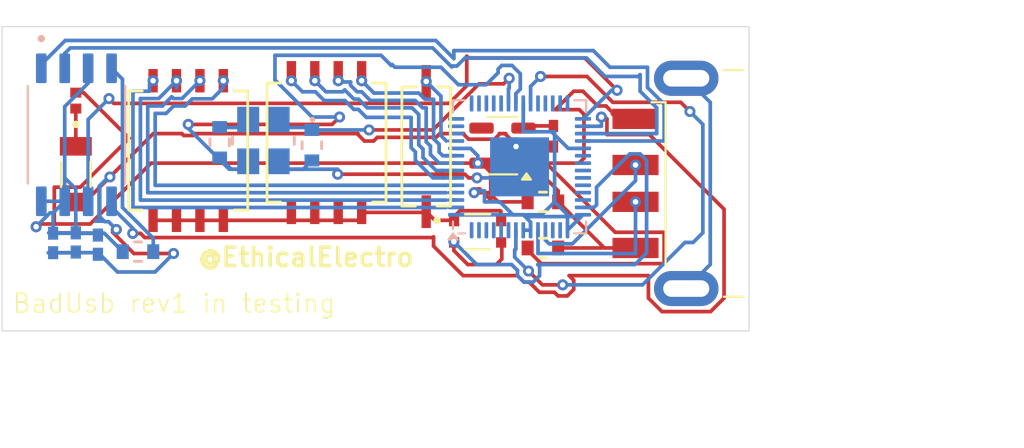
<source format=kicad_pcb>
(kicad_pcb (version 20241229) (generator "pcbnew") (generator_version "9.0")
  (layers (0 "F.Cu" signal) (2 "B.Cu" signal) (13 "F.Paste" user) (15 "B.Paste" user) (5 "F.SilkS" user "F.Silkscreen") (7 "B.SilkS" user "B.Silkscreen") (1 "F.Mask" user) (3 "B.Mask" user) (25 "Edge.Cuts" user))
  (net 0 "")
  (net 1 "Net-(U1-GPIO21)")
  (net 2 "Net-(U1-ADC_AVDD)")
  (net 3 "Net-(U1-GPIO2)")
  (net 6 "Net-(U1-XOUT)")
  (net 7 "Net-(U1-GPIO7)")
  (net 12 "Net-(U1-DVDD-Pad23)")
  (net 13 "Net-(U1-GPIO5)")
  (net 14 "Net-(U1-GPIO19)")
  (net 17 "Net-(U1-GPIO4)")
  (net 20 "Net-(U1-GPIO3)")
  (net 23 "Net-(U1-GPIO18)")
  (net 24 "Net-(U1-GPIO1)")
  (net 25 "Net-(U1-GPIO0)")
  (net 33 "Net-(U1-GPIO8)")
  (net 38 "Net-(U1-GPIO6)")
  (net 42 "Net-(U1-GPIO29_ADC3)")
  (net 44 "Net-(U1-XIN)")
  (net 45 "Net-(U1-GPIO20)")
  (net 47 "Net-(U2-EN)")
  (net 49 "Net-(C2-Pad2)")
  (net 50 "Net-(U3-GND)")
  (net 51 "Net-(S1-Pad1)")
  (net 52 "Net-(D1-Pad+)")
  (net 53 "Net-(J2-GND)")
  (net 54 "Net-(J2-VBUS)")
  (net 55 "unconnected-(J2-Shield-Pad5)")
  (net 56 "Net-(J2-D+)")
  (net 57 "Net-(J2-D-)")
  (footprint "LHN974_RED_LED_1206:LEDC3216X120N" (layer "F.Cu") (at 206 87.5 -90)
    (property "Reference" "D1" (hide yes))
    (property "Value" "LHN974_RED_LED_1206")
  )
  (footprint "miles:RC0402N_YAG" (layer "F.Cu") (at 231.9 85.4412 90)
    (property "Reference" "R2" (hide yes))
    (property "Value" "RC0402FR-0710KL")
  )
  (footprint "USLPT2819DT2TR:SW_USLPT2819DT2TR" (layer "F.Cu") (at 227.7875 90.62)
    (property "Reference" "S1" (hide yes))
    (property "Value" "USLPT2819DT2TR")
  )
  (footprint "RC0402FR-07330RL:RESC1005X40N" (layer "F.Cu") (at 206 83.51 90)
    (property "Reference" "R1" (hide yes))
    (property "Value" "RC0402FR-07330RL")
  )
  (footprint "miles:TDA04H0SB1_CNK" (layer "F.Cu") (at 212.095 86.2154 -90)
    (property "Reference" "SW1" (hide yes))
    (property "Value" "TDA04H0SB1")
  )
  (footprint "Connector_USB:USB_A_CNCTech_1001-011-01101_Horizontal" (layer "F.Cu") (at 246 88)
    (property "Reference" "J2" (hide yes))
    (property "Value" "USB_A")
  )
  (footprint "Package_TO_SOT_SMD:SOT-23-5" (layer "F.Cu") (at 229.1375 85.95 180)
    (property "Reference" "U2" (hide yes))
    (property "Value" "AP2112K-3.3")
  )
  (footprint "miles:CAP_CL10_SAM" (layer "F.Cu") (at 231.3278 89)
    (property "Reference" "C11" (hide yes))
    (property "Value" "CL10A106MP8NNNC")
  )
  (footprint "miles:CAP_CL10_SAM" (layer "F.Cu") (at 231.3278 91.5 180)
    (property "Reference" "C10" (hide yes))
    (property "Value" "CL10A105KA8NNNC")
  )
  (footprint "miles:SWITCH_0SB1R" (layer "F.Cu") (at 225 86 -90)
    (property "Reference" "SW3" (hide yes))
    (property "Value" "TDA01H0SB1R")
  )
  (footprint "miles:TDA04H0SB1_CNK" (layer "F.Cu") (at 219.595 85.7846 -90)
    (property "Reference" "SW2" (hide yes))
    (property "Value" "TDA04H0SB1")
  )
  (footprint "miles:CAP_CL10_SAM" (layer "B.Cu") (at 213.8 85.7722 90)
    (property "Reference" "C2" (hide yes))
    (property "Value" "CL10C220JB8NNNC")
  )
  (footprint "Package_DFN_QFN:QFN-56-1EP_7x7mm_P0.4mm_EP3.2x3.2mm" (layer "B.Cu") (at 230.0625 87.1)
    (property "Reference" "U1" (hide yes))
    (property "Value" "RP2040")
  )
  (footprint "miles:CAP_CL10_SAM" (layer "B.Cu") (at 209.3722 91.7 180)
    (property "Reference" "C9" (hide yes))
    (property "Value" "CL10B104KO8NNNC")
  )
  (footprint "miles:CAP_GRM_155_MUR" (layer "B.Cu") (at 206 91.2 -90)
    (property "Reference" "C13" (hide yes))
    (property "Value" "GRM155R71C104KA88D")
  )
  (footprint "miles:CAP_CL10_SAM" (layer "B.Cu") (at 218.8 85.9278 -90)
    (property "Reference" "C1" (hide yes))
    (property "Value" "CL10C220JB8NNNC")
  )
  (footprint "miles:CAP_chip2_1X0p5_MUR" (layer "B.Cu") (at 204.769804 91.2278 -90)
    (property "Reference" "C14" (hide yes))
    (property "Value" "GRM155R61A105KE15D")
  )
  (footprint "W25Q128JVSIQ:SOIC127P790X216-8N" (layer "B.Cu") (at 206.035 85.3625 -90)
    (property "Reference" "U3" (hide yes))
    (property "Value" "W25Q128JVSIQ")
  )
  (footprint "miles:CAP_GRM_155_MUR" (layer "B.Cu") (at 207.2 91.3207 -90)
    (property "Reference" "C12" (hide yes))
    (property "Value" "GRM155R71C104KA88D")
  )
  (footprint "miles:CRYSTAL_TXC_7M" (layer "B.Cu") (at 216.17295 85.6697 180)
    (property "Reference" "CR1" (hide yes))
    (property "Value" "7M-12.000MAAJ-T")
  )
  (gr_rect (start 202 79.5) (end 242.5 96) (stroke (width 0.05)) (fill no) (layer "Edge.Cuts"))
  (gr_text "@EthicalElectro" (at 212.5 92 0) (layer "F.SilkS") (effects (font (size 1 1) (thickness 0.2) (bold yes)) (justify left)))
  (gr_text "BadUsb rev1 in testing" (at 202.5 94.5 0) (layer "F.SilkS") (effects (font (size 1 1) (thickness 0.1)) (justify left)))
  (segment (start 237.9 83.7) (end 237 82.8) (width 0.2) (layer "B.Cu") (net 1))
  (segment (start 226.5 80.8) (end 226.5 81.2329) (width 0.2) (layer "B.Cu") (net 1))
  (segment (start 204.13 81.547284) (end 204.13 81.7575) (width 0.2) (layer "B.Cu") (net 1))
  (segment (start 234.0651 80.8) (end 226.5 80.8) (width 0.2) (layer "B.Cu") (net 1))
  (segment (start 237 82.8) (end 237 81.7) (width 0.2) (layer "B.Cu") (net 1))
  (segment (start 205.426784 80.2505) (end 204.13 81.547284) (width 0.2) (layer "B.Cu") (net 1))
  (segment (start 225.5176 80.2505) (end 205.426784 80.2505) (width 0.2) (layer "B.Cu") (net 1))
  (segment (start 226.5 81.2329) (end 225.5176 80.2505) (width 0.2) (layer "B.Cu") (net 1))
  (segment (start 233.5 85.7) (end 237.9 85.7) (width 0.2) (layer "B.Cu") (net 1))
  (segment (start 237 81.7) (end 234.9651 81.7) (width 0.2) (layer "B.Cu") (net 1))
  (segment (start 234.9651 81.7) (end 234.0651 80.8) (width 0.2) (layer "B.Cu") (net 1))
  (segment (start 237.9 85.7) (end 237.9 83.7) (width 0.2) (layer "B.Cu") (net 1))
  (segment (start 204.9 90.2) (end 206.782 90.2) (width 0.2) (layer "F.Cu") (net 2))
  (segment (start 227.6 88.301) (end 227.6 88.5) (width 0.2) (layer "F.Cu") (net 2))
  (segment (start 206.2389 88.204) (end 204.834 88.204) (width 0.2) (layer "F.Cu") (net 2))
  (segment (start 206.782 90.2) (end 210.082 86.9) (width 0.2) (layer "F.Cu") (net 2))
  (segment (start 203.85 90.35) (end 203.8 90.4) (width 0.2) (layer "F.Cu") (net 2))
  (segment (start 210.082 86.9) (end 227.8 86.9) (width 0.2) (layer "F.Cu") (net 2))
  (segment (start 208.8939 85.549) (end 206.2389 88.204) (width 0.2) (layer "F.Cu") (net 2))
  (segment (start 227.9 86.9) (end 228 86.9) (width 0.2) (layer "F.Cu") (net 2))
  (segment (start 228 86.9) (end 228.501 87.401) (width 0.2) (layer "F.Cu") (net 2))
  (segment (start 230.5 89) (end 228.9 89) (width 0.2) (layer "F.Cu") (net 2))
  (segment (start 206.4229 83.078) (end 208.8939 85.549) (width 0.2) (layer "F.Cu") (net 2))
  (segment (start 227.8 86.9) (end 227.9 86.9) (width 0.2) (layer "F.Cu") (net 2))
  (segment (start 228.4 88.5) (end 227.6 88.5) (width 0.2) (layer "F.Cu") (net 2))
  (segment (start 228.9 89) (end 228.4 88.5) (width 0.2) (layer "F.Cu") (net 2))
  (segment (start 228.501 88.899) (end 227.903 88.301) (width 0.2) (layer "F.Cu") (net 2))
  (segment (start 204.834 88.204) (end 204.834 90.2) (width 0.2) (layer "F.Cu") (net 2))
  (segment (start 227.903 88.301) (end 227.6 88.301) (width 0.2) (layer "F.Cu") (net 2))
  (segment (start 228.501 87.401) (end 228.501 88.899) (width 0.2) (layer "F.Cu") (net 2))
  (segment (start 206 83.078) (end 206.4229 83.078) (width 0.2) (layer "F.Cu") (net 2))
  (segment (start 227.6 88.5) (end 227.6 88.3) (width 0.2) (layer "F.Cu") (net 2))
  (segment (start 204.9 90.2) (end 204 90.2) (width 0.2) (layer "F.Cu") (net 2))
  (segment (start 204 90.2) (end 203.85 90.35) (width 0.2) (layer "F.Cu") (net 2))
  (segment (start 206 83.078) (end 206 83) (width 0.2) (layer "F.Cu") (net 2))
  (segment (start 204.834 90.2) (end 204.9 90.2) (width 0.2) (layer "F.Cu") (net 2))
  (via (at 227.8 86.9) (size 0.6) (drill 0.3) (layers "F.Cu" "B.Cu") (net 2))
  (via (at 227.6 88.5) (size 0.6) (drill 0.3) (layers "F.Cu" "B.Cu") (net 2))
  (via (at 203.85 90.35) (size 0.6) (drill 0.3) (layers "F.Cu" "B.Cu") (net 2))
  (segment (start 230.601 89.799) (end 233.299 89.799) (width 0.2) (layer "B.Cu") (net 2))
  (segment (start 207.5444 90.7) (end 207.2 90.7) (width 0.2) (layer "B.Cu") (net 2))
  (segment (start 231.2645 89.7) (end 229.7 89.7) (width 0.2) (layer "B.Cu") (net 2))
  (segment (start 206 88.3) (end 205.4 87.7) (width 0.2) (layer "B.Cu") (net 2))
  (segment (start 208.5444 91.7) (end 207.5444 90.7) (width 0.2) (layer "B.Cu") (net 2))
  (segment (start 203.85 90.35) (end 204.602304 89.597696) (width 0.2) (layer "B.Cu") (net 2))
  (segment (start 232.701 86.1) (end 231.8 85.199) (width 0.2) (layer "B.Cu") (net 2))
  (segment (start 230.6625 90.1) (end 230.6625 90.5375) (width 0.2) (layer "B.Cu") (net 2))
  (segment (start 230.48125 89.91875) (end 230.6625 90.1) (width 0.2) (layer "B.Cu") (net 2))
  (segment (start 226.625 86.1) (end 227.4 86.1) (width 0.2) (layer "B.Cu") (net 2))
  (segment (start 204.769804 90.7) (end 207.2 90.7) (width 0.2) (layer "B.Cu") (net 2))
  (segment (start 227.7 88.4) (end 227.6 88.5) (width 0.2) (layer "B.Cu") (net 2))
  (segment (start 204.769804 90.7) (end 204.769804 89.597696) (width 0.2) (layer "B.Cu") (net 2))
  (segment (start 232.6625 89.7) (end 231.9635 89.001) (width 0.2) (layer "B.Cu") (net 2))
  (segment (start 230.6625 90.5375) (end 230.2625 90.5375) (width 0.2) (layer "B.Cu") (net 2))
  (segment (start 204.769804 90.7) (end 205.9793 90.7) (width 0.2) (layer "B.Cu") (net 2))
  (segment (start 231.9635 89.001) (end 231.2645 89.7) (width 0.2) (layer "B.Cu") (net 2))
  (segment (start 207.5 90.7) (end 206.3 90.7) (width 0.2) (layer "B.Cu") (net 2))
  (segment (start 208.553896 91.690504) (end 208.5444 91.7) (width 0.2) (layer "B.Cu") (net 2))
  (segment (start 206.67 81.7575) (end 206.67 82.562499) (width 0.2) (layer "B.Cu") (net 2))
  (segment (start 231.8 85.199) (end 231.9635 85.199) (width 0.2) (layer "B.Cu") (net 2))
  (segment (start 230.48125 89.91875) (end 230.601 89.799) (width 0.2) (layer "B.Cu") (net 2))
  (segment (start 228.1615 89.001) (end 228.1615 88.4) (width 0.2) (layer "B.Cu") (net 2))
  (segment (start 205.9793 90.7) (end 206 90.6793) (width 0.2) (layer "B.Cu") (net 2))
  (segment (start 230.2625 85.199) (end 231.8 85.199) (width 0.2) (layer "B.Cu") (net 2))
  (segment (start 228.1615 88.4) (end 227.7 88.4) (width 0.2) (layer "B.Cu") (net 2))
  (segment (start 230.2625 89.7) (end 230.48125 89.91875) (width 0.2) (layer "B.Cu") (net 2))
  (segment (start 204.769804 89.597696) (end 205.4 88.9675) (width 0.2) (layer "B.Cu") (net 2))
  (segment (start 232.6625 90.5375) (end 232.6625 89.7) (width 0.2) (layer "B.Cu") (net 2))
  (segment (start 205.4 87.7) (end 205.4 88.9675) (width 0.2) (layer "B.Cu") (net 2))
  (segment (start 229.7 89.7) (end 229.001 89.001) (width 0.2) (layer "B.Cu") (net 2))
  (segment (start 232.6625 90.5375) (end 233.35 89.85) (width 0.2) (layer "B.Cu") (net 2))
  (segment (start 227.4 86.1) (end 227.8 86.5) (width 0.2) (layer "B.Cu") (net 2))
  (segment (start 230.2625 83.6625) (end 230.2625 85.199) (width 0.2) (layer "B.Cu") (net 2))
  (segment (start 229.7 89.7) (end 226.625 89.7) (width 0.2) (layer "B.Cu") (net 2))
  (segment (start 229.7 89.7) (end 230.2625 89.7) (width 0.2) (layer "B.Cu") (net 2))
  (segment (start 233.35 89.85) (end 233.5 89.7) (width 0.2) (layer "B.Cu") (net 2))
  (segment (start 231.9635 85.199) (end 231.9635 89.001) (width 0.2) (layer "B.Cu") (net 2))
  (segment (start 207.2 90.7) (end 206.3 90.7) (width 0.2) (layer "B.Cu") (net 2))
  (segment (start 206.3 90.7) (end 206.0207 90.7) (width 0.2) (layer "B.Cu") (net 2))
  (segment (start 207.2 90.7) (end 206.0207 90.7) (width 0.2) (layer "B.Cu") (net 2))
  (segment (start 227.8 86.9) (end 227.8 86.5) (width 0.2) (layer "B.Cu") (net 2))
  (segment (start 206.0207 90.7) (end 206 90.6793) (width 0.2) (layer "B.Cu") (net 2))
  (segment (start 206 90.6793) (end 206 88.3) (width 0.2) (layer "B.Cu") (net 2))
  (segment (start 233.5 86.1) (end 232.701 86.1) (width 0.2) (layer "B.Cu") (net 2))
  (segment (start 204.602304 89.597696) (end 204.769804 89.597696) (width 0.2) (layer "B.Cu") (net 2))
  (segment (start 204.13 88.9675) (end 205.4 88.9675) (width 0.2) (layer "B.Cu") (net 2))
  (segment (start 206 90.6793) (end 204.530196 90.6793) (width 0.2) (layer "B.Cu") (net 2))
  (segment (start 229.001 89.001) (end 228.1615 89.001) (width 0.2) (layer "B.Cu") (net 2))
  (segment (start 205.4 83.832499) (end 205.4 87.7) (width 0.2) (layer "B.Cu") (net 2))
  (segment (start 204.8 90.7) (end 204.769804 90.730196) (width 0.2) (layer "B.Cu") (net 2))
  (segment (start 206.67 82.562499) (end 205.4 83.832499) (width 0.2) (layer "B.Cu") (net 2))
  (segment (start 233.299 89.799) (end 233.35 89.85) (width 0.2) (layer "B.Cu") (net 2))
  (via (at 212.73 82.4308) (size 0.6) (drill 0.3) (layers "F.Cu" "B.Cu") (net 3))
  (segment (start 211.7598 83.401) (end 212.73 82.4308) (width 0.2) (layer "B.Cu") (net 3))
  (segment (start 209.902 88.504) (end 209.902 83.802) (width 0.2) (layer "B.Cu") (net 3))
  (segment (start 211.301 83.401) (end 211.7598 83.401) (width 0.2) (layer "B.Cu") (net 3))
  (segment (start 212.7308 82.4308) (end 212.73 82.4308) (width 0.2) (layer "B.Cu") (net 3))
  (segment (start 226.625 88.5) (end 226.256826 88.5) (width 0.2) (layer "B.Cu") (net 3))
  (segment (start 210.698 83.802) (end 211.2 83.3) (width 0.2) (layer "B.Cu") (net 3))
  (segment (start 209.902 83.802) (end 210.698 83.802) (width 0.2) (layer "B.Cu") (net 3))
  (segment (start 211.2 83.3) (end 211.301 83.401) (width 0.2) (layer "B.Cu") (net 3))
  (segment (start 226.085726 88.504) (end 209.902 88.504) (width 0.2) (layer "B.Cu") (net 3))
  (segment (start 212.1 84.8) (end 219.9 84.8) (width 0.2) (layer "F.Cu") (net 6))
  (segment (start 219.9 84.8) (end 220.3 84.4) (width 0.2) (layer "F.Cu") (net 6))
  (via (at 212.1 84.8) (size 0.6) (drill 0.3) (layers "F.Cu" "B.Cu") (net 6))
  (via (at 220.3 84.4) (size 0.6) (drill 0.3) (layers "F.Cu" "B.Cu") (net 6))
  (segment (start 215.4274 87.2303) (end 214.4303 87.2303) (width 0.2) (layer "B.Cu") (net 6))
  (segment (start 218.809257 84.4) (end 216.8 82.390743) (width 0.2) (layer "B.Cu") (net 6))
  (segment (start 223.3 81.7) (end 225.8 81.7) (width 0.2) (layer "B.Cu") (net 6))
  (segment (start 229.651943 81.602) (end 230.101 82.051057) (width 0.2) (layer "B.Cu") (net 6))
  (segment (start 228.251057 82.648943) (end 228.9 82) (width 0.2) (layer "B.Cu") (net 6))
  (segment (start 214.316864 87.2303) (end 212.1 85.013436) (width 0.2) (layer "B.Cu") (net 6))
  (segment (start 216.8 82.390743) (end 216.8 81.0525) (width 0.2) (layer "B.Cu") (net 6))
  (segment (start 230.101 82.051057) (end 230.101 82.888726) (width 0.2) (layer "B.Cu") (net 6))
  (segment (start 214.4303 87.2303) (end 213.8 86.6) (width 0.2) (layer "B.Cu") (net 6))
  (segment (start 228.9 82) (end 228.9 81.8) (width 0.2) (layer "B.Cu") (net 6))
  (segment (start 230.101 82.888726) (end 229.8625 83.127226) (width 0.2) (layer "B.Cu") (net 6))
  (segment (start 225.8 81.7) (end 226.748943 82.648943) (width 0.2) (layer "B.Cu") (net 6))
  (segment (start 220.3 84.4) (end 218.809257 84.4) (width 0.2) (layer "B.Cu") (net 6))
  (segment (start 226.748943 82.648943) (end 228.251057 82.648943) (width 0.2) (layer "B.Cu") (net 6))
  (segment (start 223.1 81.6) (end 223.15 81.55) (width 0.2) (layer "B.Cu") (net 6))
  (segment (start 212.1 85.013436) (end 212.1 84.8) (width 0.2) (layer "B.Cu") (net 6))
  (segment (start 229.098 81.602) (end 229.651943 81.602) (width 0.2) (layer "B.Cu") (net 6))
  (segment (start 223.15 81.55) (end 223.3 81.7) (width 0.2) (layer "B.Cu") (net 6))
  (segment (start 216.8 81.0525) (end 222.5525 81.0525) (width 0.2) (layer "B.Cu") (net 6))
  (segment (start 222.5525 81.0525) (end 223.1 81.6) (width 0.2) (layer "B.Cu") (net 6))
  (segment (start 229.8625 83.127226) (end 229.8625 83.6625) (width 0.2) (layer "B.Cu") (net 6))
  (segment (start 215.4274 87.2303) (end 214.316864 87.2303) (width 0.2) (layer "B.Cu") (net 6))
  (segment (start 228.9 81.8) (end 229.098 81.602) (width 0.2) (layer "B.Cu") (net 6))
  (via (at 221.5 82.4308) (size 0.6) (drill 0.3) (layers "F.Cu" "B.Cu") (net 7))
  (segment (start 226.1 86.5) (end 226.625 86.5) (width 0.2) (layer "B.Cu") (net 7))
  (segment (start 225.7 86.3) (end 225.7 85.877374) (width 0.2) (layer "B.Cu") (net 7))
  (segment (start 226 86.5) (end 226.1 86.5) (width 0.2) (layer "B.Cu") (net 7))
  (segment (start 225.9 86.5) (end 225.7 86.3) (width 0.2) (layer "B.Cu") (net 7))
  (segment (start 225.399 85.576374) (end 225.399 83.4355) (width 0.2) (layer "B.Cu") (net 7))
  (segment (start 225.399 83.4355) (end 224.9355 83.4355) (width 0.2) (layer "B.Cu") (net 7))
  (segment (start 222.1692 83.1) (end 221.5 82.4308) (width 0.2) (layer "B.Cu") (net 7))
  (segment (start 224.9355 83.4355) (end 224.6 83.1) (width 0.2) (layer "B.Cu") (net 7))
  (segment (start 225.7 85.877374) (end 225.399 85.576374) (width 0.2) (layer "B.Cu") (net 7))
  (segment (start 224.6 83.1) (end 222.1692 83.1) (width 0.2) (layer "B.Cu") (net 7))
  (segment (start 226.625 86.5) (end 225.9 86.5) (width 0.2) (layer "B.Cu") (net 7))
  (segment (start 235.117043 83.6) (end 233.717043 82.2) (width 0.2) (layer "F.Cu") (net 12))
  (segment (start 239.3 84.1) (end 238.8 83.6) (width 0.2) (layer "F.Cu") (net 12))
  (segment (start 238.8 83.6) (end 235.9 83.6) (width 0.2) (layer "F.Cu") (net 12))
  (segment (start 230.55 92.75) (end 231.3 93.5) (width 0.2) (layer "F.Cu") (net 12))
  (segment (start 231.3 93.5) (end 232.4 93.5) (width 0.2) (layer "F.Cu") (net 12))
  (segment (start 233.717043 82.2) (end 231.2 82.2) (width 0.2) (layer "F.Cu") (net 12))
  (segment (start 235.9 83.6) (end 235.117043 83.6) (width 0.2) (layer "F.Cu") (net 12))
  (via (at 232.4 93.5) (size 0.6) (drill 0.3) (layers "F.Cu" "B.Cu") (net 12))
  (via (at 239.3 84.1) (size 0.6) (drill 0.3) (layers "F.Cu" "B.Cu") (net 12))
  (via (at 230.55 92.75) (size 0.6) (drill 0.3) (layers "F.Cu" "B.Cu") (net 12))
  (via (at 231.2 82.2) (size 0.6) (drill 0.3) (layers "F.Cu" "B.Cu") (net 12))
  (segment (start 229.8625 91.5625) (end 229.825 91.6) (width 0.2) (layer "B.Cu") (net 12))
  (segment (start 239.473206 91.201) (end 240.001 90.673206) (width 0.2) (layer "B.Cu") (net 12))
  (segment (start 229.8625 90.5375) (end 229.8625 91.5625) (width 0.2) (layer "B.Cu") (net 12))
  (segment (start 229.8 91.6) (end 229.8 92) (width 0.2) (layer "B.Cu") (net 12))
  (segment (start 236.730819 93.5) (end 239.029819 91.201) (width 0.2) (layer "B.Cu") (net 12))
  (segment (start 230.6625 82.7375) (end 230.6625 83.6625) (width 0.2) (layer "B.Cu") (net 12))
  (segment (start 240.001 84.801) (end 239.3 84.1) (width 0.2) (layer "B.Cu") (net 12))
  (segment (start 231.2 82.2) (end 230.6625 82.7375) (width 0.2) (layer "B.Cu") (net 12))
  (segment (start 229.8 92) (end 230.55 92.75) (width 0.2) (layer "B.Cu") (net 12))
  (segment (start 240.001 90.673206) (end 240.001 84.801) (width 0.2) (layer "B.Cu") (net 12))
  (segment (start 229.825 91.6) (end 229.8 91.6) (width 0.2) (layer "B.Cu") (net 12))
  (segment (start 239.029819 91.201) (end 239.473206 91.201) (width 0.2) (layer "B.Cu") (net 12))
  (segment (start 232.4 93.5) (end 236.730819 93.5) (width 0.2) (layer "B.Cu") (net 12))
  (segment (start 230.55 92.75) (end 230.6 92.8) (width 0.2) (layer "B.Cu") (net 12))
  (via (at 218.96 82.4308) (size 0.6) (drill 0.3) (layers "F.Cu" "B.Cu") (net 13))
  (segment (start 221.084957 83.4328) (end 220.58145 82.929293) (width 0.2) (layer "B.Cu") (net 13))
  (segment (start 226.625 87.3) (end 225.8671 87.3) (width 0.2) (layer "B.Cu") (net 13))
  (segment (start 224.597 84.2651) (end 224.2339 83.902) (width 0.2) (layer "B.Cu") (net 13))
  (segment (start 221.8031 83.902) (end 221.3339 83.4328) (width 0.2) (layer "B.Cu") (net 13))
  (segment (start 225.8671 87.3) (end 225.8661 87.301) (width 0.2) (layer "B.Cu") (net 13))
  (segment (start 224.2339 83.902) (end 221.8031 83.902) (width 0.2) (layer "B.Cu") (net 13))
  (segment (start 225.8661 87.301) (end 225.5339 87.301) (width 0.2) (layer "B.Cu") (net 13))
  (segment (start 220.58145 82.929293) (end 220.478943 83.0318) (width 0.2) (layer "B.Cu") (net 13))
  (segment (start 224.826763 86.138337) (end 224.597 85.908574) (width 0.2) (layer "B.Cu") (net 13))
  (segment (start 224.597 85.908574) (end 224.597 84.2651) (width 0.2) (layer "B.Cu") (net 13))
  (segment (start 224.826763 86.593863) (end 224.826763 86.138337) (width 0.2) (layer "B.Cu") (net 13))
  (segment (start 219.561 83.0318) (end 218.96 82.4308) (width 0.2) (layer "B.Cu") (net 13))
  (segment (start 225.5339 87.301) (end 224.826763 86.593863) (width 0.2) (layer "B.Cu") (net 13))
  (segment (start 220.478943 83.0318) (end 219.561 83.0318) (width 0.2) (layer "B.Cu") (net 13))
  (segment (start 221.3339 83.4328) (end 221.084957 83.4328) (width 0.2) (layer "B.Cu") (net 13))
  (segment (start 230.301057 93.351) (end 230.5839 93.351) (width 0.2) (layer "F.Cu") (net 14))
  (segment (start 234.8 84.5) (end 234.7 84.4) (width 0.2) (layer "F.Cu") (net 14))
  (segment (start 237.781819 94.951) (end 240.418181 94.951) (width 0.2) (layer "F.Cu") (net 14))
  (segment (start 229.950057 93) (end 230.301057 93.351) (width 0.2) (layer "F.Cu") (net 14))
  (segment (start 225.364 90.936) (end 225.4 90.9) (width 0.2) (layer "F.Cu") (net 14))
  (segment (start 209.510815 90.710815) (end 209.736 90.936) (width 0.2) (layer "F.Cu") (net 14))
  (segment (start 237.049 94.218181) (end 237.781819 94.951) (width 0.2) (layer "F.Cu") (net 14))
  (segment (start 225.4 91.4) (end 227 93) (width 0.2) (layer "F.Cu") (net 14))
  (segment (start 209.736 90.936) (end 225.364 90.936) (width 0.2) (layer "F.Cu") (net 14))
  (segment (start 231.951057 93.901) (end 232.151057 94.101) (width 0.2) (layer "F.Cu") (net 14))
  (segment (start 232.151057 94.101) (end 232.648943 94.101) (width 0.2) (layer "F.Cu") (net 14))
  (segment (start 241.151 89.399) (end 237.103 85.351) (width 0.2) (layer "F.Cu") (net 14))
  (segment (start 231.1339 93.901) (end 231.951057 93.901) (width 0.2) (layer "F.Cu") (net 14))
  (segment (start 241.151 94.218181) (end 241.151 89.399) (width 0.2) (layer "F.Cu") (net 14))
  (segment (start 233.001 93.251057) (end 232.749943 93) (width 0.2) (layer "F.Cu") (net 14))
  (segment (start 240.418181 94.951) (end 241.151 94.218181) (width 0.2) (layer "F.Cu") (net 14))
  (segment (start 209.089185 90.710815) (end 209.510815 90.710815) (width 0.2) (layer "F.Cu") (net 14))
  (segment (start 230.5839 93.351) (end 231.1339 93.901) (width 0.2) (layer "F.Cu") (net 14))
  (segment (start 237.103 85.351) (end 234.8 85.351) (width 0.2) (layer "F.Cu") (net 14))
  (segment (start 233.001 93.748943) (end 233.001 93.251057) (width 0.2) (layer "F.Cu") (net 14))
  (segment (start 234.8 85.351) (end 234.8 84.5) (width 0.2) (layer "F.Cu") (net 14))
  (segment (start 232.648943 94.101) (end 233.001 93.748943) (width 0.2) (layer "F.Cu") (net 14))
  (segment (start 225.4 90.9) (end 225.4 91.4) (width 0.2) (layer "F.Cu") (net 14))
  (segment (start 234.7 84.4) (end 234.5 84.4) (width 0.2) (layer "F.Cu") (net 14))
  (segment (start 234.4 84.4) (end 234.3 84.5) (width 0.2) (layer "F.Cu") (net 14))
  (segment (start 227 93) (end 229.950057 93) (width 0.2) (layer "F.Cu") (net 14))
  (segment (start 234.5 84.4) (end 234.4 84.4) (width 0.2) (layer "F.Cu") (net 14))
  (segment (start 232.749943 93) (end 237.049 93) (width 0.2) (layer "F.Cu") (net 14))
  (segment (start 237.049 93) (end 237.049 94.218181) (width 0.2) (layer "F.Cu") (net 14))
  (via (at 209.089185 90.710815) (size 0.6) (drill 0.3) (layers "F.Cu" "B.Cu") (net 14))
  (via (at 234.5 84.4) (size 0.6) (drill 0.3) (layers "F.Cu" "B.Cu") (net 14))
  (segment (start 234.5 84.9) (end 233.5 84.9) (width 0.2) (layer "B.Cu") (net 14))
  (segment (start 209.089185 90.710815) (end 209.089185 90.429385) (width 0.2) (layer "B.Cu") (net 14))
  (segment (start 234.5 84.4) (end 234.5 84.9) (width 0.2) (layer "B.Cu") (net 14))
  (segment (start 209.089185 90.429385) (end 208.13 89.4702) (width 0.2) (layer "B.Cu") (net 14))
  (segment (start 208.13 89.4702) (end 208.13 89.13) (width 0.2) (layer "B.Cu") (net 14))
  (segment (start 207.9675 88.9675) (end 207.94 88.9675) (width 0.2) (layer "B.Cu") (net 14))
  (segment (start 208.13 89.13) (end 207.9675 88.9675) (width 0.2) (layer "B.Cu") (net 14))
  (via (at 217.69 82.4308) (size 0.6) (drill 0.3) (layers "F.Cu" "B.Cu") (net 17))
  (segment (start 218.291 83.0318) (end 217.69 82.4308) (width 0.2) (layer "B.Cu") (net 17))
  (segment (start 219.469571 83.507471) (end 218.9939 83.0318) (width 0.2) (layer "B.Cu") (net 17))
  (segment (start 218.9939 83.0318) (end 218.291 83.0318) (width 0.2) (layer "B.Cu") (net 17))
  (segment (start 225.3678 87.702) (end 224.410663 86.744863) (width 0.2) (layer "B.Cu") (net 17))
  (segment (start 221.317 83.983) (end 221.068057 83.983) (width 0.2) (layer "B.Cu") (net 17))
  (segment (start 224.410663 86.289337) (end 224.1824 86.061074) (width 0.2) (layer "B.Cu") (net 17))
  (segment (start 221.068057 83.983) (end 220.592528 83.507471) (width 0.2) (layer "B.Cu") (net 17))
  (segment (start 226.625 87.7) (end 225.9 87.7) (width 0.2) (layer "B.Cu") (net 17))
  (segment (start 221.7516 84.4176) (end 221.317 83.983) (width 0.2) (layer "B.Cu") (net 17))
  (segment (start 224.1824 86.061074) (end 224.1824 84.4176) (width 0.2) (layer "B.Cu") (net 17))
  (segment (start 225.9 87.7) (end 225.9 87.702) (width 0.2) (layer "B.Cu") (net 17))
  (segment (start 225.9 87.702) (end 225.3678 87.702) (width 0.2) (layer "B.Cu") (net 17))
  (segment (start 220.592528 83.507471) (end 219.469571 83.507471) (width 0.2) (layer "B.Cu") (net 17))
  (segment (start 224.410663 86.744863) (end 224.410663 86.289337) (width 0.2) (layer "B.Cu") (net 17))
  (segment (start 224.1824 84.4176) (end 221.7516 84.4176) (width 0.2) (layer "B.Cu") (net 17))
  (via (at 214 82.4308) (size 0.6) (drill 0.3) (layers "F.Cu" "B.Cu") (net 20))
  (segment (start 210.303 84.203) (end 210.303 88.103) (width 0.2) (layer "B.Cu") (net 20))
  (segment (start 212.31395 83.41395) (end 211.9259 83.802) (width 0.2) (layer "B.Cu") (net 20))
  (segment (start 211.9259 83.802) (end 211.3 83.802) (width 0.2) (layer "B.Cu") (net 20))
  (segment (start 226.089726 88.1) (end 226.086726 88.103) (width 0.2) (layer "B.Cu") (net 20))
  (segment (start 226.625 88.1) (end 226.089726 88.1) (width 0.2) (layer "B.Cu") (net 20))
  (segment (start 214 82.4308) (end 214 82.8118) (width 0.2) (layer "B.Cu") (net 20))
  (segment (start 210.303 88.103) (end 226.086726 88.103) (width 0.2) (layer "B.Cu") (net 20))
  (segment (start 210.899 84.203) (end 210.303 84.203) (width 0.2) (layer "B.Cu") (net 20))
  (segment (start 213.39785 83.41395) (end 212.31395 83.41395) (width 0.2) (layer "B.Cu") (net 20))
  (segment (start 214 82.8118) (end 213.39785 83.41395) (width 0.2) (layer "B.Cu") (net 20))
  (segment (start 211.3 83.802) (end 210.899 84.203) (width 0.2) (layer "B.Cu") (net 20))
  (segment (start 226.2406 83.6594) (end 227.2 82.7) (width 0.2) (layer "F.Cu") (net 23))
  (segment (start 227.2 81.1) (end 227.3 81.2) (width 0.2) (layer "F.Cu") (net 23))
  (segment (start 235.35 82.95) (end 235.4 83) (width 0.2) (layer "F.Cu") (net 23))
  (segment (start 227.2 82.7) (end 227.2 81.1) (width 0.2) (layer "F.Cu") (net 23))
  (segment (start 227.3 81.2) (end 233.6 81.2) (width 0.2) (layer "F.Cu") (net 23))
  (segment (start 207.8 83.4) (end 208.0594 83.6594) (width 0.2) (layer "F.Cu") (net 23))
  (segment (start 233.6 81.2) (end 235.35 82.95) (width 0.2) (layer "F.Cu") (net 23))
  (segment (start 208.0594 83.6594) (end 226.2406 83.6594) (width 0.2) (layer "F.Cu") (net 23))
  (via (at 235.35 82.95) (size 0.6) (drill 0.3) (layers "F.Cu" "B.Cu") (net 23))
  (via (at 207.8 83.4) (size 0.6) (drill 0.3) (layers "F.Cu" "B.Cu") (net 23))
  (segment (start 235.35 82.95) (end 235.05 82.95) (width 0.2) (layer "B.Cu") (net 23))
  (segment (start 206.67 88.9675) (end 206.67 84.53) (width 0.2) (layer "B.Cu") (net 23))
  (segment (start 206.67 84.53) (end 207.8 83.4) (width 0.2) (layer "B.Cu") (net 23))
  (segment (start 235.05 82.95) (end 233.5 84.5) (width 0.2) (layer "B.Cu") (net 23))
  (via (at 211.46 82.4308) (size 0.6) (drill 0.3) (layers "F.Cu" "B.Cu") (net 24))
  (segment (start 209.501 88.905) (end 209.501 83.401) (width 0.2) (layer "B.Cu") (net 24))
  (segment (start 226.625 88.9) (end 226.256826 88.9) (width 0.2) (layer "B.Cu") (net 24))
  (segment (start 209.501 83.401) (end 210.4898 83.401) (width 0.2) (layer "B.Cu") (net 24))
  (segment (start 210.4898 83.401) (end 211.46 82.4308) (width 0.2) (layer "B.Cu") (net 24))
  (segment (start 211.46 82.8118) (end 211.46 82.4308) (width 0.2) (layer "B.Cu") (net 24))
  (segment (start 226.084726 88.905) (end 209.501 88.905) (width 0.2) (layer "B.Cu") (net 24))
  (via (at 210.19 82.4308) (size 0.6) (drill 0.3) (layers "F.Cu" "B.Cu") (net 25))
  (segment (start 210.19 82.4308) (end 210 82.6208) (width 0.2) (layer "B.Cu") (net 25))
  (segment (start 209.1 83) (end 209.1 88.3) (width 0.2) (layer "B.Cu") (net 25))
  (segment (start 226.625 89.3) (end 226.256826 89.3) (width 0.2) (layer "B.Cu") (net 25))
  (segment (start 209.1 89.306) (end 226.083726 89.306) (width 0.2) (layer "B.Cu") (net 25))
  (segment (start 210 82.6208) (end 210 83) (width 0.2) (layer "B.Cu") (net 25))
  (segment (start 209.1 89.306) (end 209.1 88.3) (width 0.2) (layer "B.Cu") (net 25))
  (segment (start 210 83) (end 209.1 83) (width 0.2) (layer "B.Cu") (net 25))
  (via (at 225 82.4694) (size 0.6) (drill 0.3) (layers "F.Cu" "B.Cu") (net 33))
  (segment (start 225.8 85.410274) (end 225.8 83.2694) (width 0.2) (layer "B.Cu") (net 33))
  (segment (start 225.8 83.2694) (end 225 82.4694) (width 0.2) (layer "B.Cu") (net 33))
  (segment (start 226.090726 85.701) (end 225.8 85.410274) (width 0.2) (layer "B.Cu") (net 33))
  (via (at 220.23 82.4308) (size 0.6) (drill 0.3) (layers "F.Cu" "B.Cu") (net 38))
  (segment (start 224.799 83.9) (end 224.4 83.501) (width 0.2) (layer "B.Cu") (net 38))
  (segment (start 225.227763 86.427763) (end 225.227763 85.972237) (width 0.2) (layer "B.Cu") (net 38))
  (segment (start 221.5 83.0318) (end 221.251057 83.0318) (width 0.2) (layer "B.Cu") (net 38))
  (segment (start 220.9 82.680743) (end 220.9 82.5) (width 0.2) (layer "B.Cu") (net 38))
  (segment (start 220.9 82.5) (end 220.2992 82.5) (width 0.2) (layer "B.Cu") (net 38))
  (segment (start 226.625 86.9) (end 225.7 86.9) (width 0.2) (layer "B.Cu") (net 38))
  (segment (start 220.2992 82.5) (end 220.23 82.4308) (width 0.2) (layer "B.Cu") (net 38))
  (segment (start 221.9692 83.501) (end 221.5 83.0318) (width 0.2) (layer "B.Cu") (net 38))
  (segment (start 221.251057 83.0318) (end 220.9 82.680743) (width 0.2) (layer "B.Cu") (net 38))
  (segment (start 224.998 85.742474) (end 224.998 83.9) (width 0.2) (layer "B.Cu") (net 38))
  (segment (start 225.7 86.9) (end 225.227763 86.427763) (width 0.2) (layer "B.Cu") (net 38))
  (segment (start 224.998 83.9) (end 224.799 83.9) (width 0.2) (layer "B.Cu") (net 38))
  (segment (start 225.227763 85.972237) (end 224.998 85.742474) (width 0.2) (layer "B.Cu") (net 38))
  (segment (start 224.4 83.501) (end 221.9692 83.501) (width 0.2) (layer "B.Cu") (net 38))
  (segment (start 229.1 91.21) (end 229.05 91.16) (width 0.2) (layer "F.Cu") (net 42))
  (segment (start 227.255 92.4) (end 228.7975 92.4) (width 0.2) (layer "F.Cu") (net 42))
  (segment (start 228.7975 92.4) (end 229.1 92.0975) (width 0.2) (layer "F.Cu") (net 42))
  (segment (start 229.1 92.0975) (end 229.1 91.21) (width 0.2) (layer "F.Cu") (net 42))
  (segment (start 226.5 91.645) (end 227.255 92.4) (width 0.2) (layer "F.Cu") (net 42))
  (segment (start 226.5 91.16) (end 226.5 91.645) (width 0.2) (layer "F.Cu") (net 42))
  (via (at 226.5 91.16) (size 0.6) (drill 0.3) (layers "F.Cu" "B.Cu") (net 42))
  (segment (start 236.3171 92.4) (end 236.951 91.7661) (width 0.2) (layer "B.Cu") (net 42))
  (segment (start 234.2385 89.1615) (end 234.1 89.3) (width 0.2) (layer "B.Cu") (net 42))
  (segment (start 236.951 91.7661) (end 236.951 86.751057) (width 0.2) (layer "B.Cu") (net 42))
  (segment (start 226.5 91.16) (end 227.74 92.4) (width 0.2) (layer "B.Cu") (net 42))
  (segment (start 230.798943 93.351) (end 231.151 92.998943) (width 0.2) (layer "B.Cu") (net 42))
  (segment (start 231.151 92.998943) (end 231.151 92.501057) (width 0.2) (layer "B.Cu") (net 42))
  (segment (start 229.949 92.7161) (end 229.949 92.998943) (width 0.2) (layer "B.Cu") (net 42))
  (segment (start 229.949 92.998943) (end 230.301057 93.351) (width 0.2) (layer "B.Cu") (net 42))
  (segment (start 234.1 89.3) (end 233.5 89.3) (width 0.2) (layer "B.Cu") (net 42))
  (segment (start 227.74 92.4) (end 229.6329 92.4) (width 0.2) (layer "B.Cu") (net 42))
  (segment (start 231.151 92.501057) (end 231.049943 92.4) (width 0.2) (layer "B.Cu") (net 42))
  (segment (start 230.301057 93.351) (end 230.798943 93.351) (width 0.2) (layer "B.Cu") (net 42))
  (segment (start 231.049943 92.4) (end 236.3171 92.4) (width 0.2) (layer "B.Cu") (net 42))
  (segment (start 234.2385 88.2) (end 234.2385 89.1615) (width 0.2) (layer "B.Cu") (net 42))
  (segment (start 229.6329 92.4) (end 229.949 92.7161) (width 0.2) (layer "B.Cu") (net 42))
  (segment (start 236.951 86.751057) (end 236.598943 86.399) (width 0.2) (layer "B.Cu") (net 42))
  (segment (start 236.598943 86.399) (end 236.0395 86.399) (width 0.2) (layer "B.Cu") (net 42))
  (segment (start 236.0395 86.399) (end 234.2385 88.2) (width 0.2) (layer "B.Cu") (net 42))
  (segment (start 229.2 82.6) (end 227.8671 82.6) (width 0.2) (layer "F.Cu") (net 44))
  (segment (start 225.3671 85.1) (end 221.9 85.1) (width 0.2) (layer "F.Cu") (net 44))
  (segment (start 229.5 82.3) (end 229.2 82.6) (width 0.2) (layer "F.Cu") (net 44))
  (segment (start 227.8671 82.6) (end 225.3671 85.1) (width 0.2) (layer "F.Cu") (net 44))
  (via (at 229.5 82.3) (size 0.6) (drill 0.3) (layers "F.Cu" "B.Cu") (net 44))
  (via (at 221.9 85.1) (size 0.6) (drill 0.3) (layers "F.Cu" "B.Cu") (net 44))
  (segment (start 218.6697 84.9697) (end 218.8 85.1) (width 0.2) (layer "B.Cu") (net 44))
  (segment (start 218.8 85.1) (end 221.9 85.1) (width 0.2) (layer "B.Cu") (net 44))
  (segment (start 229.4625 82.8625) (end 229.4625 83.6625) (width 0.2) (layer "B.Cu") (net 44))
  (segment (start 229.5 82.825) (end 229.4625 82.8625) (width 0.2) (layer "B.Cu") (net 44))
  (segment (start 217.0784 84.9697) (end 218.6697 84.9697) (width 0.2) (layer "B.Cu") (net 44))
  (segment (start 221.9 85.1) (end 222 85.1) (width 0.2) (layer "B.Cu") (net 44))
  (segment (start 229.5 82.3) (end 229.5 82.825) (width 0.2) (layer "B.Cu") (net 44))
  (segment (start 227.099 81.201) (end 233.701 81.201) (width 0.2) (layer "B.Cu") (net 45))
  (segment (start 226.6661 81.6339) (end 227.099 81.201) (width 0.2) (layer "B.Cu") (net 45))
  (segment (start 236.599 82.101) (end 236.5 82.2) (width 0.2) (layer "B.Cu") (net 45))
  (segment (start 236.599 82.999) (end 236.599 82.101) (width 0.2) (layer "B.Cu") (net 45))
  (segment (start 236.5 82.2) (end 234.8 82.2) (width 0.2) (layer "B.Cu") (net 45))
  (segment (start 205.4 81.7575) (end 205.4 80.952501) (width 0.2) (layer "B.Cu") (net 45))
  (segment (start 233.701 81.201) (end 234.7 82.2) (width 0.2) (layer "B.Cu") (net 45))
  (segment (start 237.499 85.3) (end 237.499 83.899) (width 0.2) (layer "B.Cu") (net 45))
  (segment (start 226.38205 81.68205) (end 226.4302 81.6339) (width 0.2) (layer "B.Cu") (net 45))
  (segment (start 205.701001 80.6515) (end 225.3515 80.6515) (width 0.2) (layer "B.Cu") (net 45))
  (segment (start 237.499 83.899) (end 236.599 82.999) (width 0.2) (layer "B.Cu") (net 45))
  (segment (start 205.4 80.952501) (end 205.701001 80.6515) (width 0.2) (layer "B.Cu") (net 45))
  (segment (start 226.4302 81.6339) (end 226.6661 81.6339) (width 0.2) (layer "B.Cu") (net 45))
  (segment (start 225.3515 80.6515) (end 226.38205 81.68205) (width 0.2) (layer "B.Cu") (net 45))
  (segment (start 233.5 85.3) (end 237.499 85.3) (width 0.2) (layer "B.Cu") (net 45))
  (segment (start 230.3926 84.8824) (end 230.275 85) (width 0.2) (layer "F.Cu") (net 47))
  (segment (start 231.9 84.8824) (end 230.3926 84.8824) (width 0.2) (layer "F.Cu") (net 47))
  (segment (start 215.4274 84.9697) (end 213.8253 84.9697) (width 0.2) (layer "B.Cu") (net 49))
  (segment (start 213.8253 84.9697) (end 213.8 84.9444) (width 0.2) (layer "B.Cu") (net 49))
  (segment (start 210.2 90.9731) (end 208.531 89.3041) (width 0.2) (layer "B.Cu") (net 50))
  (segment (start 208.531 82.3485) (end 207.94 81.7575) (width 0.2) (layer "B.Cu") (net 50))
  (segment (start 210.2 91.7) (end 210.2 90.9731) (width 0.2) (layer "B.Cu") (net 50))
  (segment (start 208.531 89.3041) (end 208.531 82.3485) (width 0.2) (layer "B.Cu") (net 50))
  (segment (start 211.46 90) (end 212.73 90) (width 0.2) (layer "F.Cu") (net 51))
  (segment (start 214 90) (end 217.69 90) (width 0.2) (layer "F.Cu") (net 51))
  (segment (start 212.73 90) (end 214 90) (width 0.2) (layer "F.Cu") (net 51))
  (segment (start 229.05 90) (end 229.05 89.515) (width 0.2) (layer "F.Cu") (net 51))
  (segment (start 226.5 90) (end 225.4694 90) (width 0.2) (layer "F.Cu") (net 51))
  (segment (start 217.69 90) (end 218.96 90) (width 0.2) (layer "F.Cu") (net 51))
  (segment (start 221.5 89.5692) (end 224.9614 89.5692) (width 0.2) (layer "F.Cu") (net 51))
  (segment (start 224.9614 89.5692) (end 225 89.5306) (width 0.2) (layer "F.Cu") (net 51))
  (segment (start 210.19 90) (end 211.46 90) (width 0.2) (layer "F.Cu") (net 51))
  (segment (start 229.05 89.515) (end 229.014 89.479) (width 0.2) (layer "F.Cu") (net 51))
  (segment (start 229.014 89.479) (end 226.833164 89.479) (width 0.2) (layer "F.Cu") (net 51))
  (segment (start 218.96 90) (end 220.23 90) (width 0.2) (layer "F.Cu") (net 51))
  (segment (start 226.5 89.812164) (end 226.5 90) (width 0.2) (layer "F.Cu") (net 51))
  (segment (start 220.23 90) (end 221.5 90) (width 0.2) (layer "F.Cu") (net 51))
  (segment (start 225.4694 90) (end 225 89.5306) (width 0.2) (layer "F.Cu") (net 51))
  (segment (start 226.833164 89.479) (end 226.5 89.812164) (width 0.2) (layer "F.Cu") (net 51))
  (segment (start 206 83.942) (end 206 85.99) (width 0.2) (layer "F.Cu") (net 52))
  (segment (start 212.348943 85.401) (end 212.449943 85.3) (width 0.2) (layer "F.Cu") (net 53))
  (segment (start 230.325 86) (end 230.275 85.95) (width 0.2) (layer "F.Cu") (net 53))
  (segment (start 208.2 90.5) (end 208.3 90.5) (width 0.2) (layer "F.Cu") (net 53))
  (segment (start 225.5332 85.501) (end 225.7342 85.3) (width 0.2) (layer "F.Cu") (net 53))
  (segment (start 211.3 91.8) (end 209.150057 91.8) (width 0.2) (layer "F.Cu") (net 53))
  (segment (start 227.1 87.5) (end 220.2 87.5) (width 0.2) (layer "F.Cu") (net 53))
  (segment (start 232.1556 88.4) (end 231.2566 87.501) (width 0.2) (layer "F.Cu") (net 53))
  (segment (start 227.754478 87.7) (end 227.3 87.7) (width 0.2) (layer "F.Cu") (net 53))
  (segment (start 212.449943 85.3) (end 221.299 85.3) (width 0.2) (layer "F.Cu") (net 53))
  (segment (start 208 90.5) (end 208.2 90.5) (width 0.2) (layer "F.Cu") (net 53))
  (segment (start 227.0365 85.3) (end 227.0365 85.340968) (width 0.2) (layer "F.Cu") (net 53))
  (segment (start 210.2 85.3) (end 211.750057 85.3) (width 0.2) (layer "F.Cu") (net 53))
  (segment (start 228.9635 85.340968) (end 228.9635 85.3) (width 0.2) (layer "F.Cu") (net 53))
  (segment (start 227.0365 85.340968) (end 227.296532 85.601) (width 0.2) (layer "F.Cu") (net 53))
  (segment (start 229.3115 85.3) (end 229.3115 85.340968) (width 0.2) (layer "F.Cu") (net 53))
  (segment (start 227.3 87.7) (end 227.1 87.5) (width 0.2) (layer "F.Cu") (net 53))
  (segment (start 221.651057 85.701) (end 222.148943 85.701) (width 0.2) (layer "F.Cu") (net 53))
  (segment (start 211.750057 85.3) (end 211.851057 85.401) (width 0.2) (layer "F.Cu") (net 53))
  (segment (start 234.5 91.5) (end 234.5778 91.4222) (width 0.2) (layer "F.Cu") (net 53))
  (segment (start 222.348943 85.501) (end 225.5332 85.501) (width 0.2) (layer "F.Cu") (net 53))
  (segment (start 229.3115 87.240968) (end 229.3115 86.559032) (width 0.2) (layer "F.Cu") (net 53))
  (segment (start 228.9635 85.3) (end 229.3115 85.3) (width 0.2) (layer "F.Cu") (net 53))
  (segment (start 221.299 85.3) (end 221.299 85.348943) (width 0.2) (layer "F.Cu") (net 53))
  (segment (start 234.5778 91.4222) (end 232.1556 89) (width 0.2) (layer "F.Cu") (net 53))
  (segment (start 206.49 89.01) (end 207.85 87.65) (width 0.2) (layer "F.Cu") (net 53))
  (segment (start 232.1556 89) (end 232.1556 88.4) (width 0.2) (layer "F.Cu") (net 53))
  (segment (start 231.9 86) (end 230.325 86) (width 0.2) (layer "F.Cu") (net 53))
  (segment (start 229.571532 85.601) (end 229.926 85.601) (width 0.2) (layer "F.Cu") (net 53))
  (segment (start 229.3115 86.559032) (end 229.870532 86) (width 0.2) (layer "F.Cu") (net 53))
  (segment (start 231.2566 87.501) (end 229.571532 87.501) (width 0.2) (layer "F.Cu") (net 53))
  (segment (start 232.1556 91.5) (end 234.5 91.5) (width 0.2) (layer "F.Cu") (net 53))
  (segment (start 209.150057 91.8) (end 208 90.649943) (width 0.2) (layer "F.Cu") (net 53))
  (segment (start 208 90.649943) (end 208 90.5) (width 0.2) (layer "F.Cu") (net 53))
  (segment (start 234.6556 91.5) (end 234.5778 91.4222) (width 0.2) (layer "F.Cu") (net 53))
  (segment (start 211.851057 85.401) (end 212.348943 85.401) (width 0.2) (layer "F.Cu") (net 53))
  (segment (start 229.571532 87.501) (end 229.3115 87.240968) (width 0.2) (layer "F.Cu") (net 53))
  (segment (start 228.703468 85.601) (end 228.9635 85.340968) (width 0.2) (layer "F.Cu") (net 53))
  (segment (start 229.926 85.601) (end 230.275 85.95) (width 0.2) (layer "F.Cu") (net 53))
  (segment (start 229.3115 85.340968) (end 229.571532 85.601) (width 0.2) (layer "F.Cu") (net 53))
  (segment (start 227.296532 85.601) (end 228.703468 85.601) (width 0.2) (layer "F.Cu") (net 53))
  (segment (start 206 89.01) (end 206.49 89.01) (width 0.2) (layer "F.Cu") (net 53))
  (segment (start 221.299 85.348943) (end 221.651057 85.701) (width 0.2) (layer "F.Cu") (net 53))
  (segment (start 225.7342 85.3) (end 227.0365 85.3) (width 0.2) (layer "F.Cu") (net 53))
  (segment (start 222.148943 85.701) (end 222.348943 85.501) (width 0.2) (layer "F.Cu") (net 53))
  (segment (start 207.85 87.65) (end 210.2 85.3) (width 0.2) (layer "F.Cu") (net 53))
  (segment (start 236.35 91.5) (end 234.6556 91.5) (width 0.2) (layer "F.Cu") (net 53))
  (via (at 229.870532 86) (size 0.6) (drill 0.3) (layers "F.Cu" "B.Cu") (net 53))
  (via (at 227.754478 87.7) (size 0.6) (drill 0.3) (layers "F.Cu" "B.Cu") (net 53))
  (via (at 208.2 90.5) (size 0.6) (drill 0.3) (layers "F.Cu" "B.Cu") (net 53))
  (via (at 220.2 87.5) (size 0.6) (drill 0.3) (layers "F.Cu" "B.Cu") (net 53))
  (via (at 207.85 87.65) (size 0.6) (drill 0.3) (layers "F.Cu" "B.Cu") (net 53))
  (via (at 211.3 91.8) (size 0.6) (drill 0.3) (layers "F.Cu" "B.Cu") (net 53))
  (segment (start 207.1858 91.7556) (end 207.2 91.7414) (width 0.2) (layer "B.Cu") (net 53))
  (segment (start 217.0784 87.2303) (end 218.3253 87.2303) (width 0.2) (layer "B.Cu") (net 53))
  (segment (start 207.074316 90.0434) (end 207.535684 90.0434) (width 0.2) (layer "B.Cu") (net 53))
  (segment (start 207.7735 90.0735) (end 207.565784 90.0735) (width 0.2) (layer "B.Cu") (net 53))
  (segment (start 204.769804 91.7556) (end 207.1858 91.7556) (width 0.2) (layer "B.Cu") (net 53))
  (segment (start 207.535684 90.0434) (end 207.4 90.0434) (width 0.2) (layer "B.Cu") (net 53))
  (segment (start 207.261 89.939) (end 207.2 90) (width 0.2) (layer "B.Cu") (net 53))
  (segment (start 227.754478 87.7) (end 228.5 87.7) (width 0.2) (layer "B.Cu") (net 53))
  (segment (start 208.2606 92.802) (end 210.298 92.802) (width 0.2) (layer "B.Cu") (net 53))
  (segment (start 220.2 87.5) (end 220.2 87.6) (width 0.2) (layer "B.Cu") (net 53))
  (segment (start 204.5 91.765096) (end 205.955604 91.765096) (width 0.2) (layer "B.Cu") (net 53))
  (segment (start 217.0784 87.2303) (end 220.2 87.2303) (width 0.2) (layer "B.Cu") (net 53))
  (segment (start 218.3253 87.2303) (end 218.8 86.7556) (width 0.2) (layer "B.Cu") (net 53))
  (segment (start 207.777284 87.65) (end 207.261 88.166284) (width 0.2) (layer "B.Cu") (net 53))
  (segment (start 210.298 92.802) (end 211.3 91.8) (width 0.2) (layer "B.Cu") (net 53))
  (segment (start 229.1 87.1) (end 230.0625 87.1) (width 0.2) (layer "B.Cu") (net 53))
  (segment (start 228.5 87.7) (end 229.1 87.1) (width 0.2) (layer "B.Cu") (net 53))
  (segment (start 220.2 87.2303) (end 220.2 87.5) (width 0.2) (layer "B.Cu") (net 53))
  (segment (start 207.3 88.127284) (end 207.3 89.807716) (width 0.2) (layer "B.Cu") (net 53))
  (segment (start 204.804704 91.7207) (end 204.769804 91.7556) (width 0.2) (layer "B.Cu") (net 53))
  (segment (start 207.2 91.7414) (end 208.2606 92.802) (width 0.2) (layer "B.Cu") (net 53))
  (segment (start 208.2 90.5) (end 207.7735 90.0735) (width 0.2) (layer "B.Cu") (net 53))
  (segment (start 207.3 89.807716) (end 207.535684 90.0434) (width 0.2) (layer "B.Cu") (net 53))
  (segment (start 207.261 88.166284) (end 207.261 89.939) (width 0.2) (layer "B.Cu") (net 53))
  (segment (start 230.0625 87.1) (end 230.0625 86.191968) (width 0.2) (layer "B.Cu") (net 53))
  (segment (start 230.0625 86.191968) (end 229.870532 86) (width 0.2) (layer "B.Cu") (net 53))
  (segment (start 207.85 87.65) (end 207.777284 87.65) (width 0.2) (layer "B.Cu") (net 53))
  (segment (start 207.2 90) (end 207.117716 90) (width 0.2) (layer "B.Cu") (net 53))
  (segment (start 207.565784 90.0735) (end 207.535684 90.0434) (width 0.2) (layer "B.Cu") (net 53))
  (segment (start 207.117716 90) (end 207.074316 90.0434) (width 0.2) (layer "B.Cu") (net 53))
  (segment (start 207.777284 87.65) (end 207.3 88.127284) (width 0.2) (layer "B.Cu") (net 53))
  (segment (start 233.555 84.2512) (end 233.555 86.6312) (width 0.2) (layer "F.Cu") (net 54))
  (segment (start 236.35 84.5) (end 235.201 84.5) (width 0.2) (layer "F.Cu") (net 54))
  (segment (start 230.5 91.5) (end 230.5 91.613436) (width 0.2) (layer "F.Cu") (net 54))
  (segment (start 235.249 90.649) (end 231.5 86.9) (width 0.2) (layer "F.Cu") (net 54))
  (segment (start 233.3038 84) (end 233.555 84.2512) (width 0.2) (layer "F.Cu") (net 54))
  (segment (start 237.901 92.351) (end 237.901 90.649) (width 0.2) (layer "F.Cu") (net 54))
  (segment (start 233 83) (end 232 84) (width 0.2) (layer "F.Cu") (net 54))
  (segment (start 234.299 83.799) (end 233.5 83) (width 0.2) (layer "F.Cu") (net 54))
  (segment (start 235.201 84.3339) (end 235.101 84.2339) (width 0.2) (layer "F.Cu") (net 54))
  (segment (start 235.101 84.151057) (end 234.748943 83.799) (width 0.2) (layer "F.Cu") (net 54))
  (segment (start 231.5 86.9) (end 230.275 86.9) (width 0.2) (layer "F.Cu") (net 54))
  (segment (start 232 84) (end 233.3038 84) (width 0.2) (layer "F.Cu") (net 54))
  (segment (start 231.237564 92.351) (end 237.901 92.351) (width 0.2) (layer "F.Cu") (net 54))
  (segment (start 234.748943 83.799) (end 234.299 83.799) (width 0.2) (layer "F.Cu") (net 54))
  (segment (start 235.101 84.2339) (end 235.101 84.151057) (width 0.2) (layer "F.Cu") (net 54))
  (segment (start 233.2862 86.9) (end 230.275 86.9) (width 0.2) (layer "F.Cu") (net 54))
  (segment (start 233.555 86.6312) (end 233.2862 86.9) (width 0.2) (layer "F.Cu") (net 54))
  (segment (start 237.901 90.649) (end 235.249 90.649) (width 0.2) (layer "F.Cu") (net 54))
  (segment (start 230.5 91.613436) (end 231.237564 92.351) (width 0.2) (layer "F.Cu") (net 54))
  (segment (start 235.201 84.5) (end 235.201 84.3339) (width 0.2) (layer "F.Cu") (net 54))
  (segment (start 233.5 83) (end 233 83) (width 0.2) (layer "F.Cu") (net 54))
  (segment (start 240.402 92.398) (end 239.1 93.7) (width 0.2) (layer "B.Cu") (net 55))
  (segment (start 240.402 83.602) (end 240.402 92.398) (width 0.2) (layer "B.Cu") (net 55))
  (segment (start 239.1 82.3) (end 240.402 83.602) (width 0.2) (layer "B.Cu") (net 55))
  (via (at 236.35 89) (size 0.6) (drill 0.3) (layers "F.Cu" "B.Cu") (net 56))
  (segment (start 231.0625 91.8) (end 231.0625 90.5375) (width 0.2) (layer "B.Cu") (net 56))
  (segment (start 236.35 89) (end 236.35 91.8) (width 0.2) (layer "B.Cu") (net 56))
  (segment (start 236.35 91.8) (end 231.0625 91.8) (width 0.2) (layer "B.Cu") (net 56))
  (via (at 236.35 87) (size 0.6) (drill 0.3) (layers "F.Cu" "B.Cu") (net 57))
  (segment (start 232.924 91.276) (end 231.665726 91.276) (width 0.2) (layer "B.Cu") (net 57))
  (segment (start 231.665726 91.276) (end 231.4625 91.072774) (width 0.2) (layer "B.Cu") (net 57))
  (segment (start 236.35 87) (end 236.35 87.85) (width 0.2) (layer "B.Cu") (net 57))
  (segment (start 231.4625 91.072774) (end 231.4625 90.5375) (width 0.2) (layer "B.Cu") (net 57))
  (segment (start 236.35 87.85) (end 232.924 91.276) (width 0.2) (layer "B.Cu") (net 57))
)
</source>
